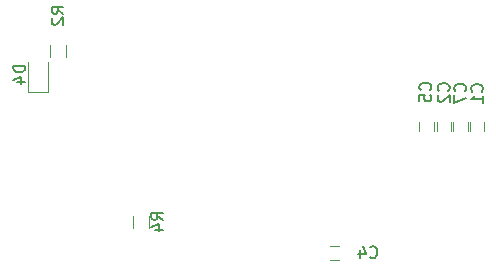
<source format=gbr>
G04 #@! TF.FileFunction,Legend,Bot*
%FSLAX46Y46*%
G04 Gerber Fmt 4.6, Leading zero omitted, Abs format (unit mm)*
G04 Created by KiCad (PCBNEW 4.0.7) date 04/12/18 23:57:26*
%MOMM*%
%LPD*%
G01*
G04 APERTURE LIST*
%ADD10C,0.100000*%
%ADD11C,0.120000*%
%ADD12C,0.150000*%
G04 APERTURE END LIST*
D10*
D11*
X171389600Y-85414600D02*
X171389600Y-84714600D01*
X170189600Y-84714600D02*
X170189600Y-85414600D01*
X167395600Y-84714600D02*
X167395600Y-85414600D01*
X168595600Y-85414600D02*
X168595600Y-84714600D01*
X134702000Y-78189200D02*
X134702000Y-79189200D01*
X136062000Y-79189200D02*
X136062000Y-78189200D01*
X141661600Y-92616400D02*
X141661600Y-93616400D01*
X143021600Y-93616400D02*
X143021600Y-92616400D01*
X159100000Y-95158000D02*
X158400000Y-95158000D01*
X158400000Y-96358000D02*
X159100000Y-96358000D01*
X165947800Y-84714600D02*
X165947800Y-85414600D01*
X167147800Y-85414600D02*
X167147800Y-84714600D01*
X168818000Y-84714600D02*
X168818000Y-85414600D01*
X170018000Y-85414600D02*
X170018000Y-84714600D01*
X134504800Y-82170400D02*
X132804800Y-82170400D01*
X132804800Y-82170400D02*
X132804800Y-79620400D01*
X134504800Y-82170400D02*
X134504800Y-79620400D01*
D12*
X171222943Y-82103934D02*
X171270562Y-82056315D01*
X171318181Y-81913458D01*
X171318181Y-81818220D01*
X171270562Y-81675362D01*
X171175324Y-81580124D01*
X171080086Y-81532505D01*
X170889610Y-81484886D01*
X170746752Y-81484886D01*
X170556276Y-81532505D01*
X170461038Y-81580124D01*
X170365800Y-81675362D01*
X170318181Y-81818220D01*
X170318181Y-81913458D01*
X170365800Y-82056315D01*
X170413419Y-82103934D01*
X171318181Y-83056315D02*
X171318181Y-82484886D01*
X171318181Y-82770600D02*
X170318181Y-82770600D01*
X170461038Y-82675362D01*
X170556276Y-82580124D01*
X170603895Y-82484886D01*
X168403543Y-82027734D02*
X168451162Y-81980115D01*
X168498781Y-81837258D01*
X168498781Y-81742020D01*
X168451162Y-81599162D01*
X168355924Y-81503924D01*
X168260686Y-81456305D01*
X168070210Y-81408686D01*
X167927352Y-81408686D01*
X167736876Y-81456305D01*
X167641638Y-81503924D01*
X167546400Y-81599162D01*
X167498781Y-81742020D01*
X167498781Y-81837258D01*
X167546400Y-81980115D01*
X167594019Y-82027734D01*
X167594019Y-82408686D02*
X167546400Y-82456305D01*
X167498781Y-82551543D01*
X167498781Y-82789639D01*
X167546400Y-82884877D01*
X167594019Y-82932496D01*
X167689257Y-82980115D01*
X167784495Y-82980115D01*
X167927352Y-82932496D01*
X168498781Y-82361067D01*
X168498781Y-82980115D01*
X135808981Y-75499934D02*
X135332790Y-75166600D01*
X135808981Y-74928505D02*
X134808981Y-74928505D01*
X134808981Y-75309458D01*
X134856600Y-75404696D01*
X134904219Y-75452315D01*
X134999457Y-75499934D01*
X135142314Y-75499934D01*
X135237552Y-75452315D01*
X135285171Y-75404696D01*
X135332790Y-75309458D01*
X135332790Y-74928505D01*
X134904219Y-75880886D02*
X134856600Y-75928505D01*
X134808981Y-76023743D01*
X134808981Y-76261839D01*
X134856600Y-76357077D01*
X134904219Y-76404696D01*
X134999457Y-76452315D01*
X135094695Y-76452315D01*
X135237552Y-76404696D01*
X135808981Y-75833267D01*
X135808981Y-76452315D01*
X144243981Y-92949734D02*
X143767790Y-92616400D01*
X144243981Y-92378305D02*
X143243981Y-92378305D01*
X143243981Y-92759258D01*
X143291600Y-92854496D01*
X143339219Y-92902115D01*
X143434457Y-92949734D01*
X143577314Y-92949734D01*
X143672552Y-92902115D01*
X143720171Y-92854496D01*
X143767790Y-92759258D01*
X143767790Y-92378305D01*
X143577314Y-93806877D02*
X144243981Y-93806877D01*
X143196362Y-93568781D02*
X143910648Y-93330686D01*
X143910648Y-93949734D01*
X161761466Y-96115143D02*
X161809085Y-96162762D01*
X161951942Y-96210381D01*
X162047180Y-96210381D01*
X162190038Y-96162762D01*
X162285276Y-96067524D01*
X162332895Y-95972286D01*
X162380514Y-95781810D01*
X162380514Y-95638952D01*
X162332895Y-95448476D01*
X162285276Y-95353238D01*
X162190038Y-95258000D01*
X162047180Y-95210381D01*
X161951942Y-95210381D01*
X161809085Y-95258000D01*
X161761466Y-95305619D01*
X160904323Y-95543714D02*
X160904323Y-96210381D01*
X161142419Y-95162762D02*
X161380514Y-95877048D01*
X160761466Y-95877048D01*
X166854143Y-81976934D02*
X166901762Y-81929315D01*
X166949381Y-81786458D01*
X166949381Y-81691220D01*
X166901762Y-81548362D01*
X166806524Y-81453124D01*
X166711286Y-81405505D01*
X166520810Y-81357886D01*
X166377952Y-81357886D01*
X166187476Y-81405505D01*
X166092238Y-81453124D01*
X165997000Y-81548362D01*
X165949381Y-81691220D01*
X165949381Y-81786458D01*
X165997000Y-81929315D01*
X166044619Y-81976934D01*
X165949381Y-82881696D02*
X165949381Y-82405505D01*
X166425571Y-82357886D01*
X166377952Y-82405505D01*
X166330333Y-82500743D01*
X166330333Y-82738839D01*
X166377952Y-82834077D01*
X166425571Y-82881696D01*
X166520810Y-82929315D01*
X166758905Y-82929315D01*
X166854143Y-82881696D01*
X166901762Y-82834077D01*
X166949381Y-82738839D01*
X166949381Y-82500743D01*
X166901762Y-82405505D01*
X166854143Y-82357886D01*
X169800543Y-82053134D02*
X169848162Y-82005515D01*
X169895781Y-81862658D01*
X169895781Y-81767420D01*
X169848162Y-81624562D01*
X169752924Y-81529324D01*
X169657686Y-81481705D01*
X169467210Y-81434086D01*
X169324352Y-81434086D01*
X169133876Y-81481705D01*
X169038638Y-81529324D01*
X168943400Y-81624562D01*
X168895781Y-81767420D01*
X168895781Y-81862658D01*
X168943400Y-82005515D01*
X168991019Y-82053134D01*
X168895781Y-82386467D02*
X168895781Y-83053134D01*
X169895781Y-82624562D01*
X132557781Y-79906905D02*
X131557781Y-79906905D01*
X131557781Y-80145000D01*
X131605400Y-80287858D01*
X131700638Y-80383096D01*
X131795876Y-80430715D01*
X131986352Y-80478334D01*
X132129210Y-80478334D01*
X132319686Y-80430715D01*
X132414924Y-80383096D01*
X132510162Y-80287858D01*
X132557781Y-80145000D01*
X132557781Y-79906905D01*
X131891114Y-81335477D02*
X132557781Y-81335477D01*
X131510162Y-81097381D02*
X132224448Y-80859286D01*
X132224448Y-81478334D01*
M02*

</source>
